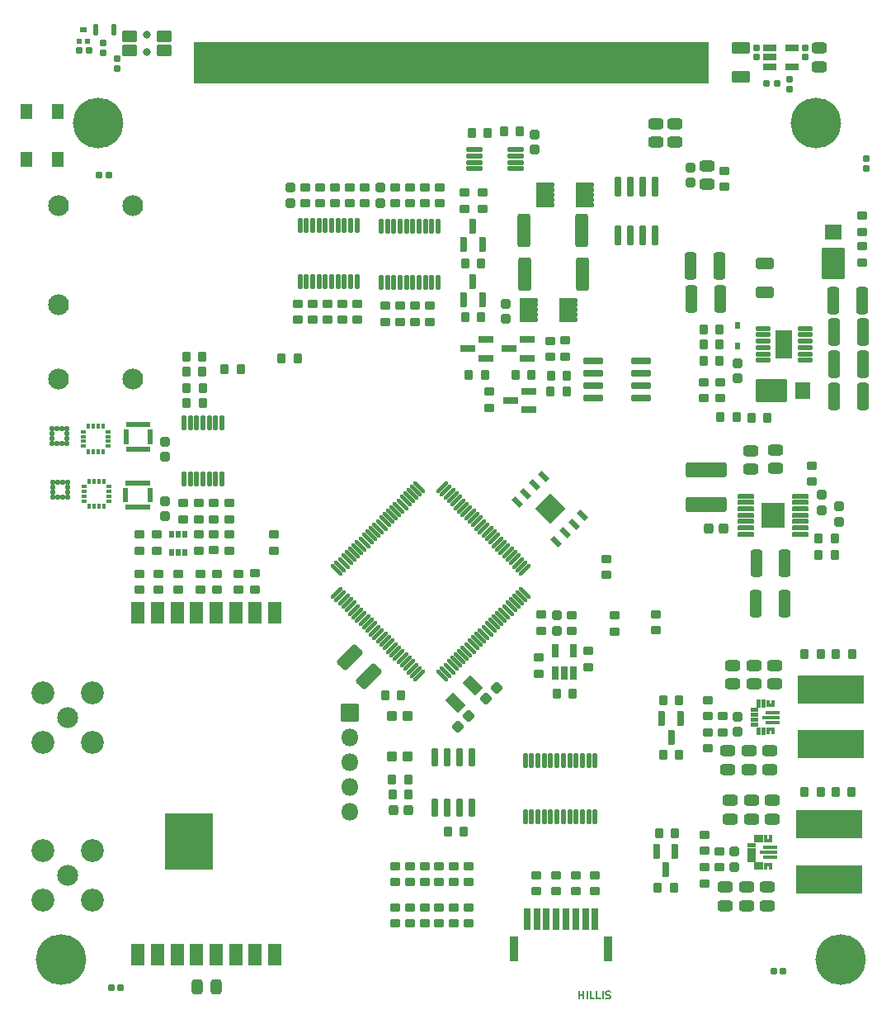
<source format=gts>
G04 #@! TF.GenerationSoftware,KiCad,Pcbnew,(6.0.5)*
G04 #@! TF.CreationDate,2022-06-17T12:10:05-04:00*
G04 #@! TF.ProjectId,mainboard,6d61696e-626f-4617-9264-2e6b69636164,rev?*
G04 #@! TF.SameCoordinates,Original*
G04 #@! TF.FileFunction,Soldermask,Top*
G04 #@! TF.FilePolarity,Negative*
%FSLAX46Y46*%
G04 Gerber Fmt 4.6, Leading zero omitted, Abs format (unit mm)*
G04 Created by KiCad (PCBNEW (6.0.5)) date 2022-06-17 12:10:05*
%MOMM*%
%LPD*%
G01*
G04 APERTURE LIST*
G04 Aperture macros list*
%AMRoundRect*
0 Rectangle with rounded corners*
0 $1 Rounding radius*
0 $2 $3 $4 $5 $6 $7 $8 $9 X,Y pos of 4 corners*
0 Add a 4 corners polygon primitive as box body*
4,1,4,$2,$3,$4,$5,$6,$7,$8,$9,$2,$3,0*
0 Add four circle primitives for the rounded corners*
1,1,$1+$1,$2,$3*
1,1,$1+$1,$4,$5*
1,1,$1+$1,$6,$7*
1,1,$1+$1,$8,$9*
0 Add four rect primitives between the rounded corners*
20,1,$1+$1,$2,$3,$4,$5,0*
20,1,$1+$1,$4,$5,$6,$7,0*
20,1,$1+$1,$6,$7,$8,$9,0*
20,1,$1+$1,$8,$9,$2,$3,0*%
%AMFreePoly0*
4,1,25,0.115149,2.428891,0.133461,2.421305,0.222677,2.361692,0.236692,2.347677,0.296305,2.258461,0.303891,2.240149,0.324824,2.134911,0.325800,2.125000,0.325800,-1.400000,0.310921,-1.435921,0.275000,-1.450800,-0.275000,-1.450800,-0.310921,-1.435921,-0.325800,-1.400000,-0.325800,2.125000,-0.324824,2.134911,-0.303891,2.240149,-0.296305,2.258461,-0.236692,2.347677,-0.222677,2.361692,
-0.133461,2.421305,-0.115149,2.428891,-0.009911,2.449824,0.009911,2.449824,0.115149,2.428891,0.115149,2.428891,$1*%
G04 Aperture macros list end*
%ADD10C,0.190500*%
%ADD11C,0.100000*%
%ADD12C,0.010000*%
%ADD13RoundRect,0.063500X0.800100X0.152400X-0.800100X0.152400X-0.800100X-0.152400X0.800100X-0.152400X0*%
%ADD14RoundRect,0.063500X1.155000X1.230000X-1.155000X1.230000X-1.155000X-1.230000X1.155000X-1.230000X0*%
%ADD15RoundRect,0.300800X-0.475000X0.250000X-0.475000X-0.250000X0.475000X-0.250000X0.475000X0.250000X0*%
%ADD16RoundRect,0.275800X-0.225000X-0.250000X0.225000X-0.250000X0.225000X0.250000X-0.225000X0.250000X0*%
%ADD17RoundRect,0.250800X0.275000X-0.200000X0.275000X0.200000X-0.275000X0.200000X-0.275000X-0.200000X0*%
%ADD18RoundRect,0.275800X0.250000X-0.225000X0.250000X0.225000X-0.250000X0.225000X-0.250000X-0.225000X0*%
%ADD19RoundRect,0.275800X0.225000X0.250000X-0.225000X0.250000X-0.225000X-0.250000X0.225000X-0.250000X0*%
%ADD20RoundRect,0.250800X-0.275000X0.200000X-0.275000X-0.200000X0.275000X-0.200000X0.275000X0.200000X0*%
%ADD21RoundRect,0.250800X-0.200000X-0.275000X0.200000X-0.275000X0.200000X0.275000X-0.200000X0.275000X0*%
%ADD22RoundRect,0.250800X0.200000X0.275000X-0.200000X0.275000X-0.200000X-0.275000X0.200000X-0.275000X0*%
%ADD23RoundRect,0.050800X-0.850000X-0.850000X0.850000X-0.850000X0.850000X0.850000X-0.850000X0.850000X0*%
%ADD24O,1.801600X1.801600*%
%ADD25RoundRect,0.063500X0.530330X-0.212132X-0.212132X0.530330X-0.530330X0.212132X0.212132X-0.530330X0*%
%ADD26RoundRect,0.063500X0.000000X1.484924X-1.484924X0.000000X0.000000X-1.484924X1.484924X0.000000X0*%
%ADD27RoundRect,0.200800X-0.150000X0.725000X-0.150000X-0.725000X0.150000X-0.725000X0.150000X0.725000X0*%
%ADD28C,2.133600*%
%ADD29RoundRect,0.300800X0.475000X-0.250000X0.475000X0.250000X-0.475000X0.250000X-0.475000X-0.250000X0*%
%ADD30C,2.151600*%
%ADD31C,2.351600*%
%ADD32RoundRect,0.050800X-0.500000X0.750000X-0.500000X-0.750000X0.500000X-0.750000X0.500000X0.750000X0*%
%ADD33RoundRect,0.300800X1.025305X0.494975X0.494975X1.025305X-1.025305X-0.494975X-0.494975X-1.025305X0*%
%ADD34RoundRect,0.275800X0.017678X-0.335876X0.335876X-0.017678X-0.017678X0.335876X-0.335876X0.017678X0*%
%ADD35RoundRect,0.050800X-0.282843X0.989949X-0.989949X0.282843X0.282843X-0.989949X0.989949X-0.282843X0*%
%ADD36RoundRect,0.275800X-0.017678X0.335876X-0.335876X0.017678X0.017678X-0.335876X0.335876X-0.017678X0*%
%ADD37RoundRect,0.300800X-0.362500X-1.425000X0.362500X-1.425000X0.362500X1.425000X-0.362500X1.425000X0*%
%ADD38RoundRect,0.383800X1.767000X-0.417000X1.767000X0.417000X-1.767000X0.417000X-1.767000X-0.417000X0*%
%ADD39RoundRect,0.300800X-0.325000X-1.100000X0.325000X-1.100000X0.325000X1.100000X-0.325000X1.100000X0*%
%ADD40RoundRect,0.050800X-0.889000X-0.165100X0.889000X-0.165100X0.889000X0.165100X-0.889000X0.165100X0*%
%ADD41RoundRect,0.063500X-0.650000X1.000000X-0.650000X-1.000000X0.650000X-1.000000X0.650000X1.000000X0*%
%ADD42RoundRect,0.063500X-2.400000X2.849999X-2.400000X-2.849999X2.400000X-2.849999X2.400000X2.849999X0*%
%ADD43RoundRect,0.050800X0.450000X-0.450000X0.450000X0.450000X-0.450000X0.450000X-0.450000X-0.450000X0*%
%ADD44RoundRect,0.050800X0.200000X-0.325000X0.200000X0.325000X-0.200000X0.325000X-0.200000X-0.325000X0*%
%ADD45RoundRect,0.300800X-0.250000X-0.475000X0.250000X-0.475000X0.250000X0.475000X-0.250000X0.475000X0*%
%ADD46RoundRect,0.275800X-0.250000X0.225000X-0.250000X-0.225000X0.250000X-0.225000X0.250000X0.225000X0*%
%ADD47RoundRect,0.190800X-0.170000X0.140000X-0.170000X-0.140000X0.170000X-0.140000X0.170000X0.140000X0*%
%ADD48RoundRect,0.300800X-0.650000X0.325000X-0.650000X-0.325000X0.650000X-0.325000X0.650000X0.325000X0*%
%ADD49RoundRect,0.190800X0.140000X0.170000X-0.140000X0.170000X-0.140000X-0.170000X0.140000X-0.170000X0*%
%ADD50RoundRect,0.190800X0.170000X-0.140000X0.170000X0.140000X-0.170000X0.140000X-0.170000X-0.140000X0*%
%ADD51RoundRect,0.190800X-0.140000X-0.170000X0.140000X-0.170000X0.140000X0.170000X-0.140000X0.170000X0*%
%ADD52RoundRect,0.050800X0.185000X-0.500000X0.185000X0.500000X-0.185000X0.500000X-0.185000X-0.500000X0*%
%ADD53RoundRect,0.050800X-0.185000X0.500000X-0.185000X-0.500000X0.185000X-0.500000X0.185000X0.500000X0*%
%ADD54C,5.181600*%
%ADD55FreePoly0,0.000000*%
%ADD56RoundRect,0.050800X0.200000X-0.225000X0.200000X0.225000X-0.200000X0.225000X-0.200000X-0.225000X0*%
%ADD57RoundRect,0.050800X0.250000X-0.225000X0.250000X0.225000X-0.250000X0.225000X-0.250000X-0.225000X0*%
%ADD58RoundRect,0.185800X-0.135000X-0.185000X0.135000X-0.185000X0.135000X0.185000X-0.135000X0.185000X0*%
%ADD59RoundRect,0.185800X0.185000X-0.135000X0.185000X0.135000X-0.185000X0.135000X-0.185000X-0.135000X0*%
%ADD60C,0.801600*%
%ADD61RoundRect,0.050800X0.700000X0.525000X-0.700000X0.525000X-0.700000X-0.525000X0.700000X-0.525000X0*%
%ADD62RoundRect,0.050800X-0.700000X-0.525000X0.700000X-0.525000X0.700000X0.525000X-0.700000X0.525000X0*%
%ADD63RoundRect,0.200800X-0.512500X-0.150000X0.512500X-0.150000X0.512500X0.150000X-0.512500X0.150000X0*%
%ADD64RoundRect,0.200800X-0.150000X0.825000X-0.150000X-0.825000X0.150000X-0.825000X0.150000X0.825000X0*%
%ADD65RoundRect,0.200800X0.825000X0.150000X-0.825000X0.150000X-0.825000X-0.150000X0.825000X-0.150000X0*%
%ADD66RoundRect,0.185800X-0.185000X0.135000X-0.185000X-0.135000X0.185000X-0.135000X0.185000X0.135000X0*%
%ADD67RoundRect,0.050800X3.300000X1.425000X-3.300000X1.425000X-3.300000X-1.425000X3.300000X-1.425000X0*%
%ADD68RoundRect,0.200800X-0.150000X0.587500X-0.150000X-0.587500X0.150000X-0.587500X0.150000X0.587500X0*%
%ADD69RoundRect,0.064800X-0.161000X0.231000X-0.161000X-0.231000X0.161000X-0.231000X0.161000X0.231000X0*%
%ADD70RoundRect,0.064800X-0.231000X0.161000X-0.231000X-0.161000X0.231000X-0.161000X0.231000X0.161000X0*%
%ADD71RoundRect,0.050800X-0.150000X-0.225000X0.150000X-0.225000X0.150000X0.225000X-0.150000X0.225000X0*%
%ADD72RoundRect,0.050800X-0.225000X0.150000X-0.225000X-0.150000X0.225000X-0.150000X0.225000X0.150000X0*%
%ADD73RoundRect,0.050800X0.175000X-0.187500X0.175000X0.187500X-0.175000X0.187500X-0.175000X-0.187500X0*%
%ADD74RoundRect,0.050800X0.187500X0.175000X-0.187500X0.175000X-0.187500X-0.175000X0.187500X-0.175000X0*%
%ADD75RoundRect,0.150800X0.100000X-0.637500X0.100000X0.637500X-0.100000X0.637500X-0.100000X-0.637500X0*%
%ADD76RoundRect,0.300800X0.325000X1.100000X-0.325000X1.100000X-0.325000X-1.100000X0.325000X-1.100000X0*%
%ADD77RoundRect,0.050800X0.225000X-0.300000X0.225000X0.300000X-0.225000X0.300000X-0.225000X-0.300000X0*%
%ADD78RoundRect,0.300800X-0.625000X0.312500X-0.625000X-0.312500X0.625000X-0.312500X0.625000X0.312500X0*%
%ADD79RoundRect,0.150800X0.625000X0.100000X-0.625000X0.100000X-0.625000X-0.100000X0.625000X-0.100000X0*%
%ADD80RoundRect,0.050800X0.825000X1.425000X-0.825000X1.425000X-0.825000X-1.425000X0.825000X-1.425000X0*%
%ADD81RoundRect,0.050800X1.100000X-1.550000X1.100000X1.550000X-1.100000X1.550000X-1.100000X-1.550000X0*%
%ADD82RoundRect,0.050800X0.760000X-0.750000X0.760000X0.750000X-0.760000X0.750000X-0.760000X-0.750000X0*%
%ADD83RoundRect,0.050800X-1.550000X-1.100000X1.550000X-1.100000X1.550000X1.100000X-1.550000X1.100000X0*%
%ADD84RoundRect,0.050800X-0.750000X-0.760000X0.750000X-0.760000X0.750000X0.760000X-0.750000X0.760000X0*%
%ADD85RoundRect,0.125800X0.521491X-0.415425X-0.415425X0.521491X-0.521491X0.415425X0.415425X-0.521491X0*%
%ADD86RoundRect,0.125800X0.521491X0.415425X0.415425X0.521491X-0.521491X-0.415425X-0.415425X-0.521491X0*%
%ADD87RoundRect,0.200800X0.587500X0.150000X-0.587500X0.150000X-0.587500X-0.150000X0.587500X-0.150000X0*%
%ADD88RoundRect,0.200800X0.150000X-0.587500X0.150000X0.587500X-0.150000X0.587500X-0.150000X-0.587500X0*%
%ADD89RoundRect,0.150800X-0.712500X-0.100000X0.712500X-0.100000X0.712500X0.100000X-0.712500X0.100000X0*%
%ADD90RoundRect,0.050800X0.300000X1.022500X-0.300000X1.022500X-0.300000X-1.022500X0.300000X-1.022500X0*%
%ADD91RoundRect,0.050800X0.305000X1.022500X-0.305000X1.022500X-0.305000X-1.022500X0.305000X-1.022500X0*%
%ADD92RoundRect,0.050800X0.400000X1.194500X-0.400000X1.194500X-0.400000X-1.194500X0.400000X-1.194500X0*%
%ADD93RoundRect,0.150800X-0.100000X0.637500X-0.100000X-0.637500X0.100000X-0.637500X0.100000X0.637500X0*%
%ADD94RoundRect,0.200800X0.150000X-0.512500X0.150000X0.512500X-0.150000X0.512500X-0.150000X-0.512500X0*%
%ADD95RoundRect,0.050800X0.889000X0.165100X-0.889000X0.165100X-0.889000X-0.165100X0.889000X-0.165100X0*%
G04 APERTURE END LIST*
D10*
X102145207Y-147118609D02*
X102145207Y-146356609D01*
X102145207Y-146719466D02*
X102580635Y-146719466D01*
X102580635Y-147118609D02*
X102580635Y-146356609D01*
X102943493Y-147118609D02*
X102943493Y-146356609D01*
X103669207Y-147118609D02*
X103306350Y-147118609D01*
X103306350Y-146356609D01*
X104286064Y-147118609D02*
X103923207Y-147118609D01*
X103923207Y-146356609D01*
X104540064Y-147118609D02*
X104540064Y-146356609D01*
X104866635Y-147082323D02*
X104975493Y-147118609D01*
X105156921Y-147118609D01*
X105229493Y-147082323D01*
X105265778Y-147046037D01*
X105302064Y-146973466D01*
X105302064Y-146900895D01*
X105265778Y-146828323D01*
X105229493Y-146792037D01*
X105156921Y-146755752D01*
X105011778Y-146719466D01*
X104939207Y-146683180D01*
X104902921Y-146646895D01*
X104866635Y-146574323D01*
X104866635Y-146501752D01*
X104902921Y-146429180D01*
X104939207Y-146392895D01*
X105011778Y-146356609D01*
X105193207Y-146356609D01*
X105302064Y-146392895D01*
G36*
X115372313Y-53208055D02*
G01*
X62572313Y-53208055D01*
X62572313Y-49008055D01*
X115372313Y-49008055D01*
X115372313Y-53208055D01*
G37*
D11*
X115372313Y-53208055D02*
X62572313Y-53208055D01*
X62572313Y-49008055D01*
X115372313Y-49008055D01*
X115372313Y-53208055D01*
G36*
X122648900Y-118353300D02*
G01*
X120948900Y-118353300D01*
X120948900Y-118103300D01*
X122648900Y-118103300D01*
X122648900Y-118353300D01*
G37*
D12*
X122648900Y-118353300D02*
X120948900Y-118353300D01*
X120948900Y-118103300D01*
X122648900Y-118103300D01*
X122648900Y-118353300D01*
G36*
X121148900Y-119978300D02*
G01*
X120798900Y-119978300D01*
X120798900Y-119278300D01*
X121148900Y-119278300D01*
X121148900Y-119978300D01*
G37*
X121148900Y-119978300D02*
X120798900Y-119978300D01*
X120798900Y-119278300D01*
X121148900Y-119278300D01*
X121148900Y-119978300D01*
G36*
X122098900Y-119928300D02*
G01*
X121848900Y-119928300D01*
X121848900Y-119578300D01*
X121598900Y-119578300D01*
X121598900Y-119928300D01*
X121348900Y-119928300D01*
X121348900Y-119328300D01*
X122098900Y-119328300D01*
X122098900Y-119928300D01*
G37*
X122098900Y-119928300D02*
X121848900Y-119928300D01*
X121848900Y-119578300D01*
X121598900Y-119578300D01*
X121598900Y-119928300D01*
X121348900Y-119928300D01*
X121348900Y-119328300D01*
X122098900Y-119328300D01*
X122098900Y-119928300D01*
G36*
X120648900Y-119978300D02*
G01*
X120298900Y-119978300D01*
X120298900Y-119278300D01*
X120648900Y-119278300D01*
X120648900Y-119978300D01*
G37*
X120648900Y-119978300D02*
X120298900Y-119978300D01*
X120298900Y-119278300D01*
X120648900Y-119278300D01*
X120648900Y-119978300D01*
G36*
X122648900Y-117853300D02*
G01*
X121298900Y-117853300D01*
X121298900Y-117603300D01*
X122648900Y-117603300D01*
X122648900Y-117853300D01*
G37*
X122648900Y-117853300D02*
X121298900Y-117853300D01*
X121298900Y-117603300D01*
X122648900Y-117603300D01*
X122648900Y-117853300D01*
G36*
X121148900Y-117178300D02*
G01*
X120798900Y-117178300D01*
X120798900Y-116478300D01*
X121148900Y-116478300D01*
X121148900Y-117178300D01*
G37*
X121148900Y-117178300D02*
X120798900Y-117178300D01*
X120798900Y-116478300D01*
X121148900Y-116478300D01*
X121148900Y-117178300D01*
G36*
X120398900Y-118653300D02*
G01*
X119698900Y-118653300D01*
X119698900Y-118303300D01*
X120398900Y-118303300D01*
X120398900Y-118653300D01*
G37*
X120398900Y-118653300D02*
X119698900Y-118653300D01*
X119698900Y-118303300D01*
X120398900Y-118303300D01*
X120398900Y-118653300D01*
G36*
X122648900Y-118853300D02*
G01*
X121298900Y-118853300D01*
X121298900Y-118603300D01*
X122648900Y-118603300D01*
X122648900Y-118853300D01*
G37*
X122648900Y-118853300D02*
X121298900Y-118853300D01*
X121298900Y-118603300D01*
X122648900Y-118603300D01*
X122648900Y-118853300D01*
G36*
X120398900Y-118153300D02*
G01*
X119698900Y-118153300D01*
X119698900Y-117803300D01*
X120398900Y-117803300D01*
X120398900Y-118153300D01*
G37*
X120398900Y-118153300D02*
X119698900Y-118153300D01*
X119698900Y-117803300D01*
X120398900Y-117803300D01*
X120398900Y-118153300D01*
G36*
X120648900Y-117178300D02*
G01*
X120298900Y-117178300D01*
X120298900Y-116478300D01*
X120648900Y-116478300D01*
X120648900Y-117178300D01*
G37*
X120648900Y-117178300D02*
X120298900Y-117178300D01*
X120298900Y-116478300D01*
X120648900Y-116478300D01*
X120648900Y-117178300D01*
G36*
X120398900Y-117653300D02*
G01*
X119698900Y-117653300D01*
X119698900Y-117303300D01*
X120398900Y-117303300D01*
X120398900Y-117653300D01*
G37*
X120398900Y-117653300D02*
X119698900Y-117653300D01*
X119698900Y-117303300D01*
X120398900Y-117303300D01*
X120398900Y-117653300D01*
G36*
X120398900Y-119153300D02*
G01*
X119698900Y-119153300D01*
X119698900Y-118803300D01*
X120398900Y-118803300D01*
X120398900Y-119153300D01*
G37*
X120398900Y-119153300D02*
X119698900Y-119153300D01*
X119698900Y-118803300D01*
X120398900Y-118803300D01*
X120398900Y-119153300D01*
G36*
X121598900Y-116878300D02*
G01*
X121848900Y-116878300D01*
X121848900Y-116528300D01*
X122098900Y-116528300D01*
X122098900Y-117128300D01*
X121348900Y-117128300D01*
X121348900Y-116528300D01*
X121598900Y-116528300D01*
X121598900Y-116878300D01*
G37*
X121598900Y-116878300D02*
X121848900Y-116878300D01*
X121848900Y-116528300D01*
X122098900Y-116528300D01*
X122098900Y-117128300D01*
X121348900Y-117128300D01*
X121348900Y-116528300D01*
X121598900Y-116528300D01*
X121598900Y-116878300D01*
G36*
X120385900Y-131017300D02*
G01*
X120035900Y-131017300D01*
X120035900Y-130317300D01*
X120385900Y-130317300D01*
X120385900Y-131017300D01*
G37*
X120385900Y-131017300D02*
X120035900Y-131017300D01*
X120035900Y-130317300D01*
X120385900Y-130317300D01*
X120385900Y-131017300D01*
G36*
X121835900Y-133767300D02*
G01*
X121585900Y-133767300D01*
X121585900Y-133417300D01*
X121335900Y-133417300D01*
X121335900Y-133767300D01*
X121085900Y-133767300D01*
X121085900Y-133167300D01*
X121835900Y-133167300D01*
X121835900Y-133767300D01*
G37*
X121835900Y-133767300D02*
X121585900Y-133767300D01*
X121585900Y-133417300D01*
X121335900Y-133417300D01*
X121335900Y-133767300D01*
X121085900Y-133767300D01*
X121085900Y-133167300D01*
X121835900Y-133167300D01*
X121835900Y-133767300D01*
G36*
X120135900Y-132492300D02*
G01*
X119435900Y-132492300D01*
X119435900Y-132142300D01*
X120135900Y-132142300D01*
X120135900Y-132492300D01*
G37*
X120135900Y-132492300D02*
X119435900Y-132492300D01*
X119435900Y-132142300D01*
X120135900Y-132142300D01*
X120135900Y-132492300D01*
G36*
X120135900Y-131492300D02*
G01*
X119435900Y-131492300D01*
X119435900Y-131142300D01*
X120135900Y-131142300D01*
X120135900Y-131492300D01*
G37*
X120135900Y-131492300D02*
X119435900Y-131492300D01*
X119435900Y-131142300D01*
X120135900Y-131142300D01*
X120135900Y-131492300D01*
G36*
X122385900Y-132692300D02*
G01*
X121035900Y-132692300D01*
X121035900Y-132442300D01*
X122385900Y-132442300D01*
X122385900Y-132692300D01*
G37*
X122385900Y-132692300D02*
X121035900Y-132692300D01*
X121035900Y-132442300D01*
X122385900Y-132442300D01*
X122385900Y-132692300D01*
G36*
X122385900Y-132192300D02*
G01*
X120685900Y-132192300D01*
X120685900Y-131942300D01*
X122385900Y-131942300D01*
X122385900Y-132192300D01*
G37*
X122385900Y-132192300D02*
X120685900Y-132192300D01*
X120685900Y-131942300D01*
X122385900Y-131942300D01*
X122385900Y-132192300D01*
G36*
X120885900Y-131017300D02*
G01*
X120535900Y-131017300D01*
X120535900Y-130317300D01*
X120885900Y-130317300D01*
X120885900Y-131017300D01*
G37*
X120885900Y-131017300D02*
X120535900Y-131017300D01*
X120535900Y-130317300D01*
X120885900Y-130317300D01*
X120885900Y-131017300D01*
G36*
X122385900Y-131692300D02*
G01*
X121035900Y-131692300D01*
X121035900Y-131442300D01*
X122385900Y-131442300D01*
X122385900Y-131692300D01*
G37*
X122385900Y-131692300D02*
X121035900Y-131692300D01*
X121035900Y-131442300D01*
X122385900Y-131442300D01*
X122385900Y-131692300D01*
G36*
X120385900Y-133817300D02*
G01*
X120035900Y-133817300D01*
X120035900Y-133117300D01*
X120385900Y-133117300D01*
X120385900Y-133817300D01*
G37*
X120385900Y-133817300D02*
X120035900Y-133817300D01*
X120035900Y-133117300D01*
X120385900Y-133117300D01*
X120385900Y-133817300D01*
G36*
X121335900Y-130717300D02*
G01*
X121585900Y-130717300D01*
X121585900Y-130367300D01*
X121835900Y-130367300D01*
X121835900Y-130967300D01*
X121085900Y-130967300D01*
X121085900Y-130367300D01*
X121335900Y-130367300D01*
X121335900Y-130717300D01*
G37*
X121335900Y-130717300D02*
X121585900Y-130717300D01*
X121585900Y-130367300D01*
X121835900Y-130367300D01*
X121835900Y-130967300D01*
X121085900Y-130967300D01*
X121085900Y-130367300D01*
X121335900Y-130367300D01*
X121335900Y-130717300D01*
G36*
X120885900Y-133817300D02*
G01*
X120535900Y-133817300D01*
X120535900Y-133117300D01*
X120885900Y-133117300D01*
X120885900Y-133817300D01*
G37*
X120885900Y-133817300D02*
X120535900Y-133817300D01*
X120535900Y-133117300D01*
X120885900Y-133117300D01*
X120885900Y-133817300D01*
G36*
X120135900Y-132992300D02*
G01*
X119435900Y-132992300D01*
X119435900Y-132642300D01*
X120135900Y-132642300D01*
X120135900Y-132992300D01*
G37*
X120135900Y-132992300D02*
X119435900Y-132992300D01*
X119435900Y-132642300D01*
X120135900Y-132642300D01*
X120135900Y-132992300D01*
G36*
X120135900Y-131992300D02*
G01*
X119435900Y-131992300D01*
X119435900Y-131642300D01*
X120135900Y-131642300D01*
X120135900Y-131992300D01*
G37*
X120135900Y-131992300D02*
X119435900Y-131992300D01*
X119435900Y-131642300D01*
X120135900Y-131642300D01*
X120135900Y-131992300D01*
D13*
X124789204Y-99490134D03*
X124789204Y-98840121D03*
X124789204Y-98190112D03*
X124789204Y-97540100D03*
X124789204Y-96890088D03*
X124789204Y-96240079D03*
X124789204Y-95590066D03*
X119252004Y-95590066D03*
X119252004Y-96240079D03*
X119252004Y-96890088D03*
X119252004Y-97540100D03*
X119252004Y-98190112D03*
X119252004Y-98840121D03*
X119252004Y-99490134D03*
D14*
X122020604Y-97540100D03*
D15*
X119757300Y-90952000D03*
X119757300Y-92852000D03*
X122297300Y-90859600D03*
X122297300Y-92759600D03*
D16*
X115388200Y-98902500D03*
X116938200Y-98902500D03*
D17*
X126009400Y-94093800D03*
X126009400Y-92443800D03*
D18*
X127021700Y-97010500D03*
X127021700Y-95460500D03*
D19*
X84608708Y-127755786D03*
X83058708Y-127755786D03*
D20*
X98196400Y-107756051D03*
X98196400Y-109406051D03*
D21*
X88645800Y-130008024D03*
X90295800Y-130008024D03*
D22*
X84613807Y-126184242D03*
X82963807Y-126184242D03*
D23*
X78592400Y-117779300D03*
D24*
X78592400Y-120319300D03*
X78592400Y-122859300D03*
X78592400Y-125399300D03*
X78592400Y-127939300D03*
D25*
X99791357Y-100262696D03*
X100689383Y-99364670D03*
X101587408Y-98466645D03*
X102485434Y-97568619D03*
X98454925Y-93538110D03*
X97556899Y-94436136D03*
X96658874Y-95334161D03*
X95760848Y-96232187D03*
D26*
X99123141Y-96900403D03*
D17*
X109990300Y-109358262D03*
X109990300Y-107708262D03*
D27*
X91145649Y-122391064D03*
X89875649Y-122391064D03*
X88605649Y-122391064D03*
X87335649Y-122391064D03*
X87335649Y-127541064D03*
X88605649Y-127541064D03*
X89875649Y-127541064D03*
X91145649Y-127541064D03*
D22*
X83862400Y-116001300D03*
X82212400Y-116001300D03*
D28*
X48690000Y-65794200D03*
X56310000Y-65794200D03*
X48690000Y-75954200D03*
X56310000Y-83574200D03*
X48690000Y-83574200D03*
D20*
X116994400Y-62230300D03*
X116994400Y-63880300D03*
D29*
X115279900Y-63637300D03*
X115279900Y-61737300D03*
D15*
X110009400Y-57419300D03*
X110009400Y-59319300D03*
D22*
X128354700Y-99918500D03*
X126704700Y-99918500D03*
D30*
X49653500Y-134480896D03*
D31*
X47113500Y-137020896D03*
X47113500Y-131940896D03*
X52193500Y-131940896D03*
X52193500Y-137020896D03*
D32*
X48615400Y-56147800D03*
X45415400Y-56147800D03*
X45415400Y-61047800D03*
X48615400Y-61047800D03*
D18*
X99835410Y-109388247D03*
X99835410Y-107838247D03*
D17*
X66249397Y-101173296D03*
X66249397Y-99523296D03*
D21*
X82918906Y-124612697D03*
X84568906Y-124612697D03*
D33*
X80534849Y-114070249D03*
X78554951Y-112090351D03*
D18*
X128799700Y-98217000D03*
X128799700Y-96667000D03*
D15*
X111977900Y-57419300D03*
X111977900Y-59319300D03*
D22*
X67386400Y-82545800D03*
X65736400Y-82545800D03*
X73238400Y-81471000D03*
X71588400Y-81471000D03*
D20*
X104902000Y-102045000D03*
X104902000Y-103695000D03*
D17*
X105735500Y-109461862D03*
X105735500Y-107811862D03*
D34*
X92570160Y-116355304D03*
X93666176Y-115259288D03*
D35*
X89450406Y-116780982D03*
X91218172Y-115013216D03*
D36*
X90792494Y-118132970D03*
X89696478Y-119228986D03*
D20*
X101332410Y-107776051D03*
X101332410Y-109426051D03*
D21*
X126704700Y-101633000D03*
X128354700Y-101633000D03*
D37*
X96562900Y-72821800D03*
X102487900Y-72821800D03*
D38*
X115137900Y-96491000D03*
X115137900Y-92891000D03*
D39*
X120291604Y-102493100D03*
X123241604Y-102493100D03*
X120276200Y-106649500D03*
X123226200Y-106649500D03*
D40*
X96972700Y-75504799D03*
X96972700Y-76004801D03*
X96972700Y-76504800D03*
X96972700Y-77004799D03*
X96972700Y-77504801D03*
X101062100Y-77504801D03*
X101062100Y-77004799D03*
X101062100Y-76504800D03*
X101062100Y-76004801D03*
X101062100Y-75504799D03*
D41*
X56860400Y-142562800D03*
X58860400Y-142562800D03*
X60860400Y-142562800D03*
X62860400Y-142562800D03*
X64860400Y-142562800D03*
X66860400Y-142562800D03*
X68860400Y-142562800D03*
X70860400Y-142562800D03*
X70860400Y-107562800D03*
X68860400Y-107562800D03*
X66860400Y-107562800D03*
X64860400Y-107562800D03*
X62860400Y-107562800D03*
X60860400Y-107562800D03*
X58860400Y-107562800D03*
X56860400Y-107562800D03*
D42*
X62110400Y-130995300D03*
D43*
X82935900Y-118142300D03*
X82935900Y-122242300D03*
X84535900Y-118142300D03*
X84535900Y-122242300D03*
D20*
X64627400Y-99499800D03*
X64627400Y-101149800D03*
D17*
X58971500Y-105186800D03*
X58971500Y-103536800D03*
X56971500Y-105186800D03*
X56971500Y-103536800D03*
D20*
X63271500Y-103536800D03*
X63271500Y-105186800D03*
D17*
X64971500Y-105186800D03*
X64971500Y-103536800D03*
X56971500Y-101175200D03*
X56971500Y-99525200D03*
X63103400Y-101175200D03*
X63103400Y-99525200D03*
D44*
X60321500Y-101401800D03*
X60971500Y-101401800D03*
X61621500Y-101401800D03*
X61621500Y-99501800D03*
X60971500Y-99501800D03*
X60321500Y-99501800D03*
D20*
X58785400Y-99525200D03*
X58785400Y-101175200D03*
X60971500Y-103536800D03*
X60971500Y-105186800D03*
X67171500Y-103536800D03*
X67171500Y-105186800D03*
D17*
X68884800Y-105168200D03*
X68884800Y-103518200D03*
D45*
X62958700Y-145908400D03*
X64858700Y-145908400D03*
D46*
X113565400Y-61912300D03*
X113565400Y-63462300D03*
X94576400Y-75856800D03*
X94576400Y-77406800D03*
D15*
X126771400Y-49644300D03*
X126771400Y-51544300D03*
D47*
X125295500Y-49646900D03*
X125295500Y-50606900D03*
X120317100Y-49646900D03*
X120317100Y-50606900D03*
D48*
X118691500Y-49667900D03*
X118691500Y-52617900D03*
D49*
X53845400Y-62661800D03*
X52885400Y-62661800D03*
D50*
X131597400Y-61970800D03*
X131597400Y-61010800D03*
D51*
X122100400Y-144322800D03*
X123060400Y-144322800D03*
D49*
X55087400Y-145973800D03*
X54127400Y-145973800D03*
D52*
X52512278Y-47795180D03*
D53*
X54372278Y-47795180D03*
D54*
X52768500Y-57360900D03*
X126428500Y-57360900D03*
X128968500Y-143090900D03*
X48968500Y-143090900D03*
D55*
X63772313Y-51608055D03*
X64572313Y-51608055D03*
X65372313Y-51608055D03*
X66172313Y-51608055D03*
X66972313Y-51608055D03*
X67772313Y-51608055D03*
X68572313Y-51608055D03*
X69372313Y-51608055D03*
X70172313Y-51608055D03*
X70972313Y-51608055D03*
X71772313Y-51608055D03*
X72572313Y-51608055D03*
X73372313Y-51608055D03*
X74172313Y-51608055D03*
X74972313Y-51608055D03*
X75772313Y-51608055D03*
X76572313Y-51608055D03*
X77372313Y-51608055D03*
X78172313Y-51608055D03*
X78972313Y-51608055D03*
X79772313Y-51608055D03*
X80572313Y-51608055D03*
X81372313Y-51608055D03*
X82172313Y-51608055D03*
X82972313Y-51608055D03*
X83772313Y-51608055D03*
X84572313Y-51608055D03*
X85372313Y-51608055D03*
X86172313Y-51608055D03*
X86972313Y-51608055D03*
X87772313Y-51608055D03*
X88572313Y-51608055D03*
X92572313Y-51608055D03*
X93372313Y-51608055D03*
X94172313Y-51608055D03*
X94972313Y-51608055D03*
X95772313Y-51608055D03*
X96572313Y-51608055D03*
X97372313Y-51608055D03*
X98172313Y-51608055D03*
X98972313Y-51608055D03*
X99772313Y-51608055D03*
X100572313Y-51608055D03*
X101372313Y-51608055D03*
X102172313Y-51608055D03*
X102972313Y-51608055D03*
X103772313Y-51608055D03*
X104572313Y-51608055D03*
X105372313Y-51608055D03*
X106172313Y-51608055D03*
X106972313Y-51608055D03*
X107772313Y-51608055D03*
X108572313Y-51608055D03*
X109372313Y-51608055D03*
X110172313Y-51608055D03*
X110972313Y-51608055D03*
X111772313Y-51608055D03*
X112572313Y-51608055D03*
X113372313Y-51608055D03*
X114172313Y-51608055D03*
D56*
X50829100Y-48949300D03*
X51629100Y-48949300D03*
D57*
X51229100Y-47799300D03*
D58*
X121381900Y-53301900D03*
X122401900Y-53301900D03*
D59*
X53311900Y-50179700D03*
X53311900Y-49159700D03*
D58*
X50820700Y-49898300D03*
X51840700Y-49898300D03*
D59*
X54683500Y-51716400D03*
X54683500Y-50696400D03*
D60*
X57742270Y-48245067D03*
D61*
X59542270Y-49870067D03*
X59542270Y-48420067D03*
D60*
X57742270Y-50045067D03*
D62*
X55942270Y-48420067D03*
X55942270Y-49870067D03*
D63*
X121668800Y-49659500D03*
X121668800Y-50609500D03*
X121668800Y-51559500D03*
X123943800Y-51559500D03*
X123943800Y-49659500D03*
D64*
X109939400Y-63869800D03*
X108669400Y-63869800D03*
X107399400Y-63869800D03*
X106129400Y-63869800D03*
X106129400Y-68819800D03*
X107399400Y-68819800D03*
X108669400Y-68819800D03*
X109939400Y-68819800D03*
D65*
X108477400Y-85521800D03*
X108477400Y-84251800D03*
X108477400Y-82981800D03*
X108477400Y-81711800D03*
X103527400Y-81711800D03*
X103527400Y-82981800D03*
X103527400Y-84251800D03*
X103527400Y-85521800D03*
D66*
X123723400Y-52880800D03*
X123723400Y-53900800D03*
D17*
X92886400Y-86548800D03*
X92886400Y-84898800D03*
D22*
X100830400Y-84849800D03*
X99180400Y-84849800D03*
D29*
X122214900Y-114860300D03*
X122214900Y-112960300D03*
X120055900Y-114860300D03*
X120055900Y-112960300D03*
X117896900Y-114860300D03*
X117896900Y-112960300D03*
D15*
X121706900Y-121723300D03*
X121706900Y-123623300D03*
X119547900Y-121723300D03*
X119547900Y-123623300D03*
X117388900Y-121723300D03*
X117388900Y-123623300D03*
D18*
X118404900Y-119765300D03*
X118404900Y-118215300D03*
D46*
X59636800Y-96100200D03*
X59636800Y-97650200D03*
X59637676Y-90036000D03*
X59637676Y-91586000D03*
D67*
X127929900Y-115403300D03*
X127929900Y-121053300D03*
D68*
X112522300Y-118421100D03*
X110622300Y-118421100D03*
X111572300Y-120296100D03*
D17*
X115306100Y-121466300D03*
X115306100Y-119816300D03*
D20*
X115306100Y-116514300D03*
X115306100Y-118164300D03*
D22*
X112397300Y-116509800D03*
X110747300Y-116509800D03*
D17*
X116830100Y-119815300D03*
X116830100Y-118165300D03*
D22*
X112397300Y-122097800D03*
X110747300Y-122097800D03*
D17*
X63082400Y-97967800D03*
X63082400Y-96317800D03*
X66192400Y-97967800D03*
X66192400Y-96317800D03*
X64606400Y-97967800D03*
X64606400Y-96317800D03*
D21*
X61811400Y-81330800D03*
X63461400Y-81330800D03*
X61860400Y-84490800D03*
X63510400Y-84490800D03*
X61811400Y-82854800D03*
X63461400Y-82854800D03*
X61860400Y-86014800D03*
X63510400Y-86014800D03*
D17*
X61493400Y-97967800D03*
X61493400Y-96317800D03*
D69*
X57834800Y-94232200D03*
X57334800Y-94232200D03*
X56834800Y-94232200D03*
X56334800Y-94232200D03*
X55834800Y-94232200D03*
D70*
X55574800Y-94992200D03*
X55574800Y-95492200D03*
X55574800Y-95992200D03*
D69*
X55834800Y-96752200D03*
X56334800Y-96752200D03*
X56834800Y-96752200D03*
X57334800Y-96752200D03*
X57834800Y-96752200D03*
D70*
X58094800Y-95992200D03*
X58094800Y-95492200D03*
X58094800Y-94992200D03*
D71*
X53339800Y-94066200D03*
X52839800Y-94066200D03*
X52339800Y-94066200D03*
X51839800Y-94066200D03*
D72*
X51314800Y-94591200D03*
X51314800Y-95091200D03*
X51314800Y-95591200D03*
X51314800Y-96091200D03*
D71*
X51839800Y-96616200D03*
X52339800Y-96616200D03*
X52839800Y-96616200D03*
X53339800Y-96616200D03*
D72*
X53864800Y-96091200D03*
X53864800Y-95591200D03*
X53864800Y-95091200D03*
X53864800Y-94591200D03*
D73*
X48106000Y-95697300D03*
X48606000Y-95697300D03*
X49106000Y-95697300D03*
X49606000Y-95697300D03*
D74*
X49618500Y-95184800D03*
X49618500Y-94684800D03*
D73*
X49606000Y-94172300D03*
X49106000Y-94172300D03*
X48606000Y-94172300D03*
X48106000Y-94172300D03*
D74*
X48093500Y-94684800D03*
X48093500Y-95184800D03*
D69*
X57859602Y-88286989D03*
X57359602Y-88286989D03*
X56859602Y-88286989D03*
X56359602Y-88286989D03*
X55859602Y-88286989D03*
D70*
X55599602Y-89046989D03*
X55599602Y-89546989D03*
X55599602Y-90046989D03*
D69*
X55859602Y-90806989D03*
X56359602Y-90806989D03*
X56859602Y-90806989D03*
X57359602Y-90806989D03*
X57859602Y-90806989D03*
D70*
X58119602Y-90046989D03*
X58119602Y-89546989D03*
X58119602Y-89046989D03*
D71*
X53239811Y-88452202D03*
X52739811Y-88452202D03*
X52239811Y-88452202D03*
X51739811Y-88452202D03*
D72*
X51214811Y-88977202D03*
X51214811Y-89477202D03*
X51214811Y-89977202D03*
X51214811Y-90477202D03*
D71*
X51739811Y-91002202D03*
X52239811Y-91002202D03*
X52739811Y-91002202D03*
X53239811Y-91002202D03*
D72*
X53764811Y-90477202D03*
X53764811Y-89977202D03*
X53764811Y-89477202D03*
X53764811Y-88977202D03*
D73*
X48044797Y-90210810D03*
X48544797Y-90210810D03*
X49044797Y-90210810D03*
X49544797Y-90210810D03*
D74*
X49557297Y-89698310D03*
X49557297Y-89198310D03*
D73*
X49544797Y-88685810D03*
X49044797Y-88685810D03*
X48544797Y-88685810D03*
X48044797Y-88685810D03*
D74*
X48032297Y-89198310D03*
X48032297Y-89698310D03*
D75*
X61560400Y-93830300D03*
X62210400Y-93830300D03*
X62860400Y-93830300D03*
X63510400Y-93830300D03*
X64160400Y-93830300D03*
X64810400Y-93830300D03*
X65460400Y-93830300D03*
X65460400Y-88105300D03*
X64810400Y-88105300D03*
X64160400Y-88105300D03*
X63510400Y-88105300D03*
X62860400Y-88105300D03*
X62210400Y-88105300D03*
X61560400Y-88105300D03*
D29*
X121951900Y-128699300D03*
X121951900Y-126799300D03*
X119792900Y-128699300D03*
X119792900Y-126799300D03*
X117633900Y-128699300D03*
X117633900Y-126799300D03*
D15*
X117125900Y-135689300D03*
X117125900Y-137589300D03*
X119284900Y-135689300D03*
X119284900Y-137589300D03*
X121443900Y-135689300D03*
X121443900Y-137589300D03*
D18*
X118014900Y-133604300D03*
X118014900Y-132054300D03*
D67*
X127793900Y-129242300D03*
X127793900Y-134892300D03*
D68*
X111979900Y-132018800D03*
X110079900Y-132018800D03*
X111029900Y-133893800D03*
D17*
X114966900Y-135305300D03*
X114966900Y-133655300D03*
D20*
X114966900Y-130290300D03*
X114966900Y-131940300D03*
D22*
X111979900Y-130126300D03*
X110329900Y-130126300D03*
D17*
X116490900Y-133654300D03*
X116490900Y-132004300D03*
D22*
X111854900Y-135750300D03*
X110204900Y-135750300D03*
D39*
X128280900Y-78790800D03*
X131230900Y-78790800D03*
X128280900Y-82092800D03*
X131230900Y-82092800D03*
D18*
X118389400Y-83502800D03*
X118389400Y-81952800D03*
D76*
X116520400Y-71997300D03*
X113570400Y-71997300D03*
D39*
X128280900Y-85380800D03*
X131230900Y-85380800D03*
X128180900Y-75582800D03*
X131130900Y-75582800D03*
D76*
X116562400Y-75361800D03*
X113612400Y-75361800D03*
D77*
X118389400Y-80221800D03*
X118389400Y-78121800D03*
D78*
X121183400Y-71740300D03*
X121183400Y-74665300D03*
D17*
X131165600Y-71640200D03*
X131165600Y-69990200D03*
D22*
X116547400Y-80060800D03*
X114897400Y-80060800D03*
D17*
X131165600Y-68490600D03*
X131165600Y-66840600D03*
X116632400Y-85567800D03*
X116632400Y-83917800D03*
D21*
X114897400Y-81711800D03*
X116547400Y-81711800D03*
D79*
X125301900Y-81656793D03*
X125301900Y-81006793D03*
X125301900Y-80356793D03*
X125301900Y-79706793D03*
X125301900Y-79056793D03*
X125301900Y-78406793D03*
X121001900Y-78406793D03*
X121001900Y-79056793D03*
X121001900Y-79706793D03*
X121001900Y-80356793D03*
X121001900Y-81006793D03*
X121001900Y-81656793D03*
D80*
X123151900Y-80031793D03*
D81*
X128231900Y-71731800D03*
D82*
X128231900Y-68511800D03*
D83*
X121818400Y-84759800D03*
D84*
X125038400Y-84759800D03*
D85*
X88086465Y-113978146D03*
X88440018Y-113624593D03*
X88793572Y-113271040D03*
X89147125Y-112917486D03*
X89500679Y-112563933D03*
X89854232Y-112210379D03*
X90207785Y-111856826D03*
X90561339Y-111503273D03*
X90914892Y-111149719D03*
X91268446Y-110796166D03*
X91621999Y-110442612D03*
X91975552Y-110089059D03*
X92329106Y-109735506D03*
X92682659Y-109381952D03*
X93036212Y-109028399D03*
X93389766Y-108674846D03*
X93743319Y-108321292D03*
X94096873Y-107967739D03*
X94450426Y-107614185D03*
X94803979Y-107260632D03*
X95157533Y-106907079D03*
X95511086Y-106553525D03*
X95864640Y-106199972D03*
X96218193Y-105846418D03*
X96571746Y-105492865D03*
D86*
X96571746Y-103141735D03*
X96218193Y-102788182D03*
X95864640Y-102434628D03*
X95511086Y-102081075D03*
X95157533Y-101727521D03*
X94803979Y-101373968D03*
X94450426Y-101020415D03*
X94096873Y-100666861D03*
X93743319Y-100313308D03*
X93389766Y-99959754D03*
X93036212Y-99606201D03*
X92682659Y-99252648D03*
X92329106Y-98899094D03*
X91975552Y-98545541D03*
X91621999Y-98191988D03*
X91268446Y-97838434D03*
X90914892Y-97484881D03*
X90561339Y-97131327D03*
X90207785Y-96777774D03*
X89854232Y-96424221D03*
X89500679Y-96070667D03*
X89147125Y-95717114D03*
X88793572Y-95363560D03*
X88440018Y-95010007D03*
X88086465Y-94656454D03*
D85*
X85735335Y-94656454D03*
X85381782Y-95010007D03*
X85028228Y-95363560D03*
X84674675Y-95717114D03*
X84321121Y-96070667D03*
X83967568Y-96424221D03*
X83614015Y-96777774D03*
X83260461Y-97131327D03*
X82906908Y-97484881D03*
X82553354Y-97838434D03*
X82199801Y-98191988D03*
X81846248Y-98545541D03*
X81492694Y-98899094D03*
X81139141Y-99252648D03*
X80785588Y-99606201D03*
X80432034Y-99959754D03*
X80078481Y-100313308D03*
X79724927Y-100666861D03*
X79371374Y-101020415D03*
X79017821Y-101373968D03*
X78664267Y-101727521D03*
X78310714Y-102081075D03*
X77957160Y-102434628D03*
X77603607Y-102788182D03*
X77250054Y-103141735D03*
D86*
X77250054Y-105492865D03*
X77603607Y-105846418D03*
X77957160Y-106199972D03*
X78310714Y-106553525D03*
X78664267Y-106907079D03*
X79017821Y-107260632D03*
X79371374Y-107614185D03*
X79724927Y-107967739D03*
X80078481Y-108321292D03*
X80432034Y-108674846D03*
X80785588Y-109028399D03*
X81139141Y-109381952D03*
X81492694Y-109735506D03*
X81846248Y-110089059D03*
X82199801Y-110442612D03*
X82553354Y-110796166D03*
X82906908Y-111149719D03*
X83260461Y-111503273D03*
X83614015Y-111856826D03*
X83967568Y-112210379D03*
X84321121Y-112563933D03*
X84674675Y-112917486D03*
X85028228Y-113271040D03*
X85381782Y-113624593D03*
X85735335Y-113978146D03*
D17*
X90342400Y-66121800D03*
X90342400Y-64471800D03*
X78552400Y-65577300D03*
X78552400Y-63927300D03*
X77028400Y-65577300D03*
X77028400Y-63927300D03*
X76266400Y-77515300D03*
X76266400Y-75865300D03*
D87*
X96829900Y-81446800D03*
X96829900Y-79546800D03*
X94954900Y-80496800D03*
D17*
X90748400Y-139425800D03*
X90748400Y-137775800D03*
X83718400Y-77710800D03*
X83718400Y-76060800D03*
D20*
X103742400Y-134471800D03*
X103742400Y-136121800D03*
D17*
X73980400Y-65577300D03*
X73980400Y-63927300D03*
D22*
X92467400Y-83146800D03*
X90817400Y-83146800D03*
D88*
X90276400Y-69830300D03*
X92176400Y-69830300D03*
X91226400Y-67955300D03*
D17*
X87748400Y-139425800D03*
X87748400Y-137775800D03*
D21*
X116637400Y-87482800D03*
X118287400Y-87482800D03*
D88*
X90292400Y-75434300D03*
X92192400Y-75434300D03*
X91242400Y-73559300D03*
D17*
X86258400Y-65582800D03*
X86258400Y-63932800D03*
X75504400Y-65577300D03*
X75504400Y-63927300D03*
D20*
X84748400Y-133525800D03*
X84748400Y-135175800D03*
D17*
X79314400Y-77515300D03*
X79314400Y-75865300D03*
D75*
X81809400Y-73652300D03*
X82459400Y-73652300D03*
X83109400Y-73652300D03*
X83759400Y-73652300D03*
X84409400Y-73652300D03*
X85059400Y-73652300D03*
X85709400Y-73652300D03*
X86359400Y-73652300D03*
X87009400Y-73652300D03*
X87659400Y-73652300D03*
X87659400Y-67927300D03*
X87009400Y-67927300D03*
X86359400Y-67927300D03*
X85709400Y-67927300D03*
X85059400Y-67927300D03*
X84409400Y-67927300D03*
X83759400Y-67927300D03*
X83109400Y-67927300D03*
X82459400Y-67927300D03*
X81809400Y-67927300D03*
D22*
X96037400Y-58216800D03*
X94387400Y-58216800D03*
D20*
X89248400Y-137775800D03*
X89248400Y-139425800D03*
D22*
X126897400Y-125960800D03*
X125247400Y-125960800D03*
D20*
X100692400Y-79621800D03*
X100692400Y-81271800D03*
D21*
X119797400Y-87532800D03*
X121447400Y-87532800D03*
D17*
X114896400Y-85541800D03*
X114896400Y-83891800D03*
X74742400Y-77515300D03*
X74742400Y-75865300D03*
D22*
X130097400Y-125950800D03*
X128447400Y-125950800D03*
D21*
X99217400Y-83256800D03*
X100867400Y-83256800D03*
D17*
X80076400Y-65577300D03*
X80076400Y-63927300D03*
X83248400Y-139425800D03*
X83248400Y-137775800D03*
D20*
X97742400Y-134471800D03*
X97742400Y-136121800D03*
X101742400Y-134471800D03*
X101742400Y-136121800D03*
X84748400Y-137775800D03*
X84748400Y-139425800D03*
D37*
X96435900Y-68376800D03*
X102360900Y-68376800D03*
D17*
X82194400Y-77710800D03*
X82194400Y-76060800D03*
D22*
X116547400Y-78536800D03*
X114897400Y-78536800D03*
D20*
X99192400Y-79671800D03*
X99192400Y-81321800D03*
D87*
X92579900Y-81446800D03*
X92579900Y-79546800D03*
X90704900Y-80496800D03*
D18*
X81686400Y-65532800D03*
X81686400Y-63982800D03*
D21*
X90417400Y-71696800D03*
X92067400Y-71696800D03*
D17*
X92242400Y-66121800D03*
X92242400Y-64471800D03*
D21*
X99814400Y-115882800D03*
X101464400Y-115882800D03*
D20*
X70826400Y-99538800D03*
X70826400Y-101188800D03*
D17*
X83248400Y-135175800D03*
X83248400Y-133525800D03*
D22*
X130117400Y-111800800D03*
X128467400Y-111800800D03*
D17*
X90748400Y-135175800D03*
X90748400Y-133525800D03*
X77790400Y-77515300D03*
X77790400Y-75865300D03*
D75*
X73468400Y-73583800D03*
X74118400Y-73583800D03*
X74768400Y-73583800D03*
X75418400Y-73583800D03*
X76068400Y-73583800D03*
X76718400Y-73583800D03*
X77368400Y-73583800D03*
X78018400Y-73583800D03*
X78668400Y-73583800D03*
X79318400Y-73583800D03*
X79318400Y-67858800D03*
X78668400Y-67858800D03*
X78018400Y-67858800D03*
X77368400Y-67858800D03*
X76718400Y-67858800D03*
X76068400Y-67858800D03*
X75418400Y-67858800D03*
X74768400Y-67858800D03*
X74118400Y-67858800D03*
X73468400Y-67858800D03*
D17*
X73218400Y-77515300D03*
X73218400Y-75865300D03*
X86248400Y-135175800D03*
X86248400Y-133525800D03*
D21*
X91085400Y-58343800D03*
X92735400Y-58343800D03*
D17*
X85242400Y-77710800D03*
X85242400Y-76060800D03*
D87*
X96972900Y-86747800D03*
X96972900Y-84847800D03*
X95097900Y-85797800D03*
D20*
X103086400Y-111468800D03*
X103086400Y-113118800D03*
D17*
X87748400Y-135175800D03*
X87748400Y-133525800D03*
D22*
X126917400Y-111782800D03*
X125267400Y-111782800D03*
D17*
X86766400Y-77710800D03*
X86766400Y-76060800D03*
X83210400Y-65582800D03*
X83210400Y-63932800D03*
D22*
X97217400Y-83146800D03*
X95567400Y-83146800D03*
D20*
X99742400Y-134471800D03*
X99742400Y-136121800D03*
D17*
X86248400Y-139425800D03*
X86248400Y-137775800D03*
X87782400Y-65582800D03*
X87782400Y-63932800D03*
D20*
X89248400Y-133525800D03*
X89248400Y-135175800D03*
D89*
X91384900Y-60068769D03*
X91384900Y-60718769D03*
X91384900Y-61368769D03*
X91384900Y-62018769D03*
X95609900Y-62018769D03*
X95609900Y-61368769D03*
X95609900Y-60718769D03*
X95609900Y-60068769D03*
D90*
X103765400Y-138931800D03*
X102765400Y-138931800D03*
X101765400Y-138931800D03*
X100765400Y-138931800D03*
X99765400Y-138931800D03*
X98765400Y-138931800D03*
X97765400Y-138931800D03*
D91*
X96760400Y-138931800D03*
D92*
X105065400Y-142048800D03*
X95465400Y-142048800D03*
D17*
X84734400Y-65582800D03*
X84734400Y-63932800D03*
D93*
X103751400Y-122721300D03*
X103101400Y-122721300D03*
X102451400Y-122721300D03*
X101801400Y-122721300D03*
X101151400Y-122721300D03*
X100501400Y-122721300D03*
X99851400Y-122721300D03*
X99201400Y-122721300D03*
X98551400Y-122721300D03*
X97901400Y-122721300D03*
X97251400Y-122721300D03*
X96601400Y-122721300D03*
X96601400Y-128446300D03*
X97251400Y-128446300D03*
X97901400Y-128446300D03*
X98551400Y-128446300D03*
X99201400Y-128446300D03*
X99851400Y-128446300D03*
X100501400Y-128446300D03*
X101151400Y-128446300D03*
X101801400Y-128446300D03*
X102451400Y-128446300D03*
X103101400Y-128446300D03*
X103751400Y-128446300D03*
D18*
X97561400Y-60040769D03*
X97561400Y-58490769D03*
D22*
X92067400Y-77234800D03*
X90417400Y-77234800D03*
D94*
X99658400Y-113747300D03*
X100608400Y-113747300D03*
X101558400Y-113747300D03*
X101558400Y-111472300D03*
X99658400Y-111472300D03*
D95*
X102713100Y-65693801D03*
X102713100Y-65193799D03*
X102713100Y-64693800D03*
X102713100Y-64193801D03*
X102713100Y-63693799D03*
X98623700Y-63693799D03*
X98623700Y-64193801D03*
X98623700Y-64693800D03*
X98623700Y-65193799D03*
X98623700Y-65693801D03*
D30*
X49661600Y-118343896D03*
D31*
X52201600Y-120883896D03*
X47121600Y-115803896D03*
X47121600Y-120883896D03*
X52201600Y-115803896D03*
D18*
X72456400Y-65527300D03*
X72456400Y-63977300D03*
D17*
X97948400Y-113784800D03*
X97948400Y-112134800D03*
M02*

</source>
